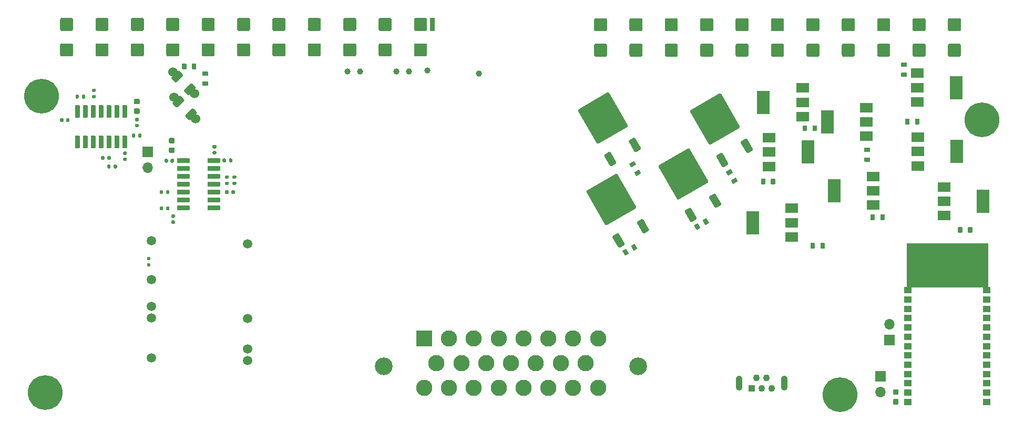
<source format=gts>
G04 #@! TF.GenerationSoftware,KiCad,Pcbnew,8.0.8-8.0.8-0~ubuntu24.04.1*
G04 #@! TF.CreationDate,2025-01-30T01:19:20+00:00*
G04 #@! TF.ProjectId,VFRECU-VR,56465245-4355-42d5-9652-2e6b69636164,rev?*
G04 #@! TF.SameCoordinates,Original*
G04 #@! TF.FileFunction,Soldermask,Top*
G04 #@! TF.FilePolarity,Negative*
%FSLAX46Y46*%
G04 Gerber Fmt 4.6, Leading zero omitted, Abs format (unit mm)*
G04 Created by KiCad (PCBNEW 8.0.8-8.0.8-0~ubuntu24.04.1) date 2025-01-30 01:19:20*
%MOMM*%
%LPD*%
G01*
G04 APERTURE LIST*
%ADD10C,0.120000*%
%ADD11R,2.000000X1.500000*%
%ADD12R,2.000000X3.800000*%
%ADD13C,1.000000*%
%ADD14C,5.600000*%
%ADD15R,1.700000X1.700000*%
%ADD16O,1.700000X1.700000*%
%ADD17C,1.500000*%
%ADD18C,0.600000*%
%ADD19C,2.850000*%
%ADD20R,2.625000X2.625000*%
%ADD21C,2.625000*%
%ADD22R,1.100000X1.100000*%
%ADD23C,1.100000*%
%ADD24O,1.100000X2.400000*%
%ADD25C,1.524000*%
%ADD26R,1.300000X1.000000*%
G04 APERTURE END LIST*
G36*
X66927220Y65323400D02*
G01*
X67747940Y65323400D01*
X67747940Y63215200D01*
X66927220Y63215200D01*
X66927220Y65323400D01*
G37*
D10*
G04 #@! TO.C,U2*
X156759000Y22030000D02*
X143759000Y22030000D01*
X143759000Y29030000D01*
X156759000Y29030000D01*
X156759000Y22030000D01*
G36*
X156759000Y22030000D02*
G01*
X143759000Y22030000D01*
X143759000Y29030000D01*
X156759000Y29030000D01*
X156759000Y22030000D01*
G37*
G04 #@! TD*
D11*
G04 #@! TO.C,Q7*
X126954000Y49442000D03*
X126954000Y51742000D03*
X126954000Y54042000D03*
D12*
X120654000Y51742000D03*
G04 #@! TD*
G04 #@! TO.C,R32*
G36*
G01*
X142922940Y58124420D02*
X143702940Y58124420D01*
G75*
G02*
X143772940Y58054420I0J-70000D01*
G01*
X143772940Y57494420D01*
G75*
G02*
X143702940Y57424420I-70000J0D01*
G01*
X142922940Y57424420D01*
G75*
G02*
X142852940Y57494420I0J70000D01*
G01*
X142852940Y58054420D01*
G75*
G02*
X142922940Y58124420I70000J0D01*
G01*
G37*
G36*
G01*
X142922940Y56524420D02*
X143702940Y56524420D01*
G75*
G02*
X143772940Y56454420I0J-70000D01*
G01*
X143772940Y55894420D01*
G75*
G02*
X143702940Y55824420I-70000J0D01*
G01*
X142922940Y55824420D01*
G75*
G02*
X142852940Y55894420I0J70000D01*
G01*
X142852940Y56454420D01*
G75*
G02*
X142922940Y56524420I70000J0D01*
G01*
G37*
G04 #@! TD*
G04 #@! TO.C,R31*
G36*
G01*
X143477000Y48236928D02*
X143477000Y49016928D01*
G75*
G02*
X143547000Y49086928I70000J0D01*
G01*
X144107000Y49086928D01*
G75*
G02*
X144177000Y49016928I0J-70000D01*
G01*
X144177000Y48236928D01*
G75*
G02*
X144107000Y48166928I-70000J0D01*
G01*
X143547000Y48166928D01*
G75*
G02*
X143477000Y48236928I0J70000D01*
G01*
G37*
G36*
G01*
X145077000Y48236928D02*
X145077000Y49016928D01*
G75*
G02*
X145147000Y49086928I70000J0D01*
G01*
X145707000Y49086928D01*
G75*
G02*
X145777000Y49016928I0J-70000D01*
G01*
X145777000Y48236928D01*
G75*
G02*
X145707000Y48166928I-70000J0D01*
G01*
X145147000Y48166928D01*
G75*
G02*
X145077000Y48236928I0J70000D01*
G01*
G37*
G04 #@! TD*
G04 #@! TO.C,R29*
G36*
G01*
X137754928Y42142000D02*
X136974928Y42142000D01*
G75*
G02*
X136904928Y42212000I0J70000D01*
G01*
X136904928Y42772000D01*
G75*
G02*
X136974928Y42842000I70000J0D01*
G01*
X137754928Y42842000D01*
G75*
G02*
X137824928Y42772000I0J-70000D01*
G01*
X137824928Y42212000D01*
G75*
G02*
X137754928Y42142000I-70000J0D01*
G01*
G37*
G36*
G01*
X137754928Y43742000D02*
X136974928Y43742000D01*
G75*
G02*
X136904928Y43812000I0J70000D01*
G01*
X136904928Y44372000D01*
G75*
G02*
X136974928Y44442000I70000J0D01*
G01*
X137754928Y44442000D01*
G75*
G02*
X137824928Y44372000I0J-70000D01*
G01*
X137824928Y43812000D01*
G75*
G02*
X137754928Y43742000I-70000J0D01*
G01*
G37*
G04 #@! TD*
D11*
G04 #@! TO.C,Q9*
X125229000Y30059000D03*
X125229000Y32359000D03*
X125229000Y34659000D03*
D12*
X118929000Y32359000D03*
G04 #@! TD*
G04 #@! TO.C,R34*
G36*
G01*
X33551700Y42189500D02*
X33551700Y42559500D01*
G75*
G02*
X33686700Y42694500I135000J0D01*
G01*
X33956700Y42694500D01*
G75*
G02*
X34091700Y42559500I0J-135000D01*
G01*
X34091700Y42189500D01*
G75*
G02*
X33956700Y42054500I-135000J0D01*
G01*
X33686700Y42054500D01*
G75*
G02*
X33551700Y42189500I0J135000D01*
G01*
G37*
G36*
G01*
X34571700Y42189500D02*
X34571700Y42559500D01*
G75*
G02*
X34706700Y42694500I135000J0D01*
G01*
X34976700Y42694500D01*
G75*
G02*
X35111700Y42559500I0J-135000D01*
G01*
X35111700Y42189500D01*
G75*
G02*
X34976700Y42054500I-135000J0D01*
G01*
X34706700Y42054500D01*
G75*
G02*
X34571700Y42189500I0J135000D01*
G01*
G37*
G04 #@! TD*
G04 #@! TO.C,C4*
G36*
G01*
X25403780Y33675540D02*
X25743780Y33675540D01*
G75*
G02*
X25883780Y33535540I0J-140000D01*
G01*
X25883780Y33255540D01*
G75*
G02*
X25743780Y33115540I-140000J0D01*
G01*
X25403780Y33115540D01*
G75*
G02*
X25263780Y33255540I0J140000D01*
G01*
X25263780Y33535540D01*
G75*
G02*
X25403780Y33675540I140000J0D01*
G01*
G37*
G36*
G01*
X25403780Y32715540D02*
X25743780Y32715540D01*
G75*
G02*
X25883780Y32575540I0J-140000D01*
G01*
X25883780Y32295540D01*
G75*
G02*
X25743780Y32155540I-140000J0D01*
G01*
X25403780Y32155540D01*
G75*
G02*
X25263780Y32295540I0J140000D01*
G01*
X25263780Y32575540D01*
G75*
G02*
X25403780Y32715540I140000J0D01*
G01*
G37*
G04 #@! TD*
D13*
G04 #@! TO.C,HALL3*
X53677000Y56673000D03*
G04 #@! TD*
G04 #@! TO.C,Q1*
G36*
G01*
X114883109Y41670372D02*
X114276891Y41320372D01*
G75*
G02*
X113935385Y41411878I-125000J216506D01*
G01*
X113085385Y42884122D01*
G75*
G02*
X113176891Y43225628I216506J125000D01*
G01*
X113783109Y43575628D01*
G75*
G02*
X114124615Y43484122I125000J-216506D01*
G01*
X114974615Y42011878D01*
G75*
G02*
X114883109Y41670372I-216506J-125000D01*
G01*
G37*
G36*
G01*
X116749508Y47597680D02*
X112159569Y44947677D01*
G75*
G02*
X111818066Y45039182I-124999J216504D01*
G01*
X108868063Y50148737D01*
G75*
G02*
X108959569Y50490240I216504J124999D01*
G01*
X113549508Y53140243D01*
G75*
G02*
X113891010Y53048737I124998J-216504D01*
G01*
X116841013Y47939182D01*
G75*
G02*
X116749508Y47597680I-216504J-124998D01*
G01*
G37*
G36*
G01*
X118832185Y43950372D02*
X118225967Y43600372D01*
G75*
G02*
X117884461Y43691878I-125000J216506D01*
G01*
X117034461Y45164122D01*
G75*
G02*
X117125967Y45505628I216506J125000D01*
G01*
X117732185Y45855628D01*
G75*
G02*
X118073691Y45764122I125000J-216506D01*
G01*
X118923691Y44291878D01*
G75*
G02*
X118832185Y43950372I-216506J-125000D01*
G01*
G37*
G04 #@! TD*
G04 #@! TO.C,R39*
G36*
G01*
X11413500Y52836340D02*
X11413500Y52466340D01*
G75*
G02*
X11278500Y52331340I-135000J0D01*
G01*
X11008500Y52331340D01*
G75*
G02*
X10873500Y52466340I0J135000D01*
G01*
X10873500Y52836340D01*
G75*
G02*
X11008500Y52971340I135000J0D01*
G01*
X11278500Y52971340D01*
G75*
G02*
X11413500Y52836340I0J-135000D01*
G01*
G37*
G36*
G01*
X10393500Y52836340D02*
X10393500Y52466340D01*
G75*
G02*
X10258500Y52331340I-135000J0D01*
G01*
X9988500Y52331340D01*
G75*
G02*
X9853500Y52466340I0J135000D01*
G01*
X9853500Y52836340D01*
G75*
G02*
X9988500Y52971340I135000J0D01*
G01*
X10258500Y52971340D01*
G75*
G02*
X10393500Y52836340I0J-135000D01*
G01*
G37*
G04 #@! TD*
G04 #@! TO.C,R40*
G36*
G01*
X12637980Y53934260D02*
X13007980Y53934260D01*
G75*
G02*
X13142980Y53799260I0J-135000D01*
G01*
X13142980Y53529260D01*
G75*
G02*
X13007980Y53394260I-135000J0D01*
G01*
X12637980Y53394260D01*
G75*
G02*
X12502980Y53529260I0J135000D01*
G01*
X12502980Y53799260D01*
G75*
G02*
X12637980Y53934260I135000J0D01*
G01*
G37*
G36*
G01*
X12637980Y52914260D02*
X13007980Y52914260D01*
G75*
G02*
X13142980Y52779260I0J-135000D01*
G01*
X13142980Y52509260D01*
G75*
G02*
X13007980Y52374260I-135000J0D01*
G01*
X12637980Y52374260D01*
G75*
G02*
X12502980Y52509260I0J135000D01*
G01*
X12502980Y52779260D01*
G75*
G02*
X12637980Y52914260I135000J0D01*
G01*
G37*
G04 #@! TD*
G04 #@! TO.C,Q4*
G36*
G01*
X96852033Y41810372D02*
X96245815Y41460372D01*
G75*
G02*
X95904309Y41551878I-125000J216506D01*
G01*
X95054309Y43024122D01*
G75*
G02*
X95145815Y43365628I216506J125000D01*
G01*
X95752033Y43715628D01*
G75*
G02*
X96093539Y43624122I125000J-216506D01*
G01*
X96943539Y42151878D01*
G75*
G02*
X96852033Y41810372I-216506J-125000D01*
G01*
G37*
G36*
G01*
X98718432Y47737680D02*
X94128493Y45087677D01*
G75*
G02*
X93786990Y45179182I-124999J216504D01*
G01*
X90836987Y50288737D01*
G75*
G02*
X90928493Y50630240I216504J124999D01*
G01*
X95518432Y53280243D01*
G75*
G02*
X95859934Y53188737I124998J-216504D01*
G01*
X98809937Y48079182D01*
G75*
G02*
X98718432Y47737680I-216504J-124998D01*
G01*
G37*
G36*
G01*
X100801109Y44090372D02*
X100194891Y43740372D01*
G75*
G02*
X99853385Y43831878I-125000J216506D01*
G01*
X99003385Y45304122D01*
G75*
G02*
X99094891Y45645628I216506J125000D01*
G01*
X99701109Y45995628D01*
G75*
G02*
X100042615Y45904122I125000J-216506D01*
G01*
X100892615Y44431878D01*
G75*
G02*
X100801109Y44090372I-216506J-125000D01*
G01*
G37*
G04 #@! TD*
G04 #@! TO.C,HALL2*
X55694000Y56721000D03*
G04 #@! TD*
D14*
G04 #@! TO.C,H2*
X4425000Y52731000D03*
G04 #@! TD*
G04 #@! TO.C,H1*
X155885000Y48938000D03*
G04 #@! TD*
G04 #@! TO.C,R27*
G36*
G01*
X35622000Y38413000D02*
X35252000Y38413000D01*
G75*
G02*
X35117000Y38548000I0J135000D01*
G01*
X35117000Y38818000D01*
G75*
G02*
X35252000Y38953000I135000J0D01*
G01*
X35622000Y38953000D01*
G75*
G02*
X35757000Y38818000I0J-135000D01*
G01*
X35757000Y38548000D01*
G75*
G02*
X35622000Y38413000I-135000J0D01*
G01*
G37*
G36*
G01*
X35622000Y39433000D02*
X35252000Y39433000D01*
G75*
G02*
X35117000Y39568000I0J135000D01*
G01*
X35117000Y39838000D01*
G75*
G02*
X35252000Y39973000I135000J0D01*
G01*
X35622000Y39973000D01*
G75*
G02*
X35757000Y39838000I0J-135000D01*
G01*
X35757000Y39568000D01*
G75*
G02*
X35622000Y39433000I-135000J0D01*
G01*
G37*
G04 #@! TD*
G04 #@! TO.C,R28*
G36*
G01*
X23439960Y34462820D02*
X23439960Y34832820D01*
G75*
G02*
X23574960Y34967820I135000J0D01*
G01*
X23844960Y34967820D01*
G75*
G02*
X23979960Y34832820I0J-135000D01*
G01*
X23979960Y34462820D01*
G75*
G02*
X23844960Y34327820I-135000J0D01*
G01*
X23574960Y34327820D01*
G75*
G02*
X23439960Y34462820I0J135000D01*
G01*
G37*
G36*
G01*
X24459960Y34462820D02*
X24459960Y34832820D01*
G75*
G02*
X24594960Y34967820I135000J0D01*
G01*
X24864960Y34967820D01*
G75*
G02*
X24999960Y34832820I0J-135000D01*
G01*
X24999960Y34462820D01*
G75*
G02*
X24864960Y34327820I-135000J0D01*
G01*
X24594960Y34327820D01*
G75*
G02*
X24459960Y34462820I0J135000D01*
G01*
G37*
G04 #@! TD*
G04 #@! TO.C,C11*
G36*
G01*
X8896680Y49029120D02*
X8896680Y48689120D01*
G75*
G02*
X8756680Y48549120I-140000J0D01*
G01*
X8476680Y48549120D01*
G75*
G02*
X8336680Y48689120I0J140000D01*
G01*
X8336680Y49029120D01*
G75*
G02*
X8476680Y49169120I140000J0D01*
G01*
X8756680Y49169120D01*
G75*
G02*
X8896680Y49029120I0J-140000D01*
G01*
G37*
G36*
G01*
X7936680Y49029120D02*
X7936680Y48689120D01*
G75*
G02*
X7796680Y48549120I-140000J0D01*
G01*
X7516680Y48549120D01*
G75*
G02*
X7376680Y48689120I0J140000D01*
G01*
X7376680Y49029120D01*
G75*
G02*
X7516680Y49169120I140000J0D01*
G01*
X7796680Y49169120D01*
G75*
G02*
X7936680Y49029120I0J-140000D01*
G01*
G37*
G04 #@! TD*
G04 #@! TO.C,C10*
G36*
G01*
X18004400Y42292680D02*
X17664400Y42292680D01*
G75*
G02*
X17524400Y42432680I0J140000D01*
G01*
X17524400Y42712680D01*
G75*
G02*
X17664400Y42852680I140000J0D01*
G01*
X18004400Y42852680D01*
G75*
G02*
X18144400Y42712680I0J-140000D01*
G01*
X18144400Y42432680D01*
G75*
G02*
X18004400Y42292680I-140000J0D01*
G01*
G37*
G36*
G01*
X18004400Y43252680D02*
X17664400Y43252680D01*
G75*
G02*
X17524400Y43392680I0J140000D01*
G01*
X17524400Y43672680D01*
G75*
G02*
X17664400Y43812680I140000J0D01*
G01*
X18004400Y43812680D01*
G75*
G02*
X18144400Y43672680I0J-140000D01*
G01*
X18144400Y43392680D01*
G75*
G02*
X18004400Y43252680I-140000J0D01*
G01*
G37*
G04 #@! TD*
D15*
G04 #@! TO.C,JP3*
X139494000Y7635000D03*
D16*
X139494000Y5095000D03*
G04 #@! TD*
G04 #@! TO.C,C12A*
G36*
G01*
X19917020Y47715580D02*
X19577020Y47715580D01*
G75*
G02*
X19437020Y47855580I0J140000D01*
G01*
X19437020Y48135580D01*
G75*
G02*
X19577020Y48275580I140000J0D01*
G01*
X19917020Y48275580D01*
G75*
G02*
X20057020Y48135580I0J-140000D01*
G01*
X20057020Y47855580D01*
G75*
G02*
X19917020Y47715580I-140000J0D01*
G01*
G37*
G36*
G01*
X19917020Y48675580D02*
X19577020Y48675580D01*
G75*
G02*
X19437020Y48815580I0J140000D01*
G01*
X19437020Y49095580D01*
G75*
G02*
X19577020Y49235580I140000J0D01*
G01*
X19917020Y49235580D01*
G75*
G02*
X20057020Y49095580I0J-140000D01*
G01*
X20057020Y48815580D01*
G75*
G02*
X19917020Y48675580I-140000J0D01*
G01*
G37*
G04 #@! TD*
D14*
G04 #@! TO.C,H2*
X5000000Y5000000D03*
G04 #@! TD*
G04 #@! TO.C,R30*
G36*
G01*
X140178000Y33631072D02*
X140178000Y32851072D01*
G75*
G02*
X140108000Y32781072I-70000J0D01*
G01*
X139548000Y32781072D01*
G75*
G02*
X139478000Y32851072I0J70000D01*
G01*
X139478000Y33631072D01*
G75*
G02*
X139548000Y33701072I70000J0D01*
G01*
X140108000Y33701072D01*
G75*
G02*
X140178000Y33631072I0J-70000D01*
G01*
G37*
G36*
G01*
X138578000Y33631072D02*
X138578000Y32851072D01*
G75*
G02*
X138508000Y32781072I-70000J0D01*
G01*
X137948000Y32781072D01*
G75*
G02*
X137878000Y32851072I0J70000D01*
G01*
X137878000Y33631072D01*
G75*
G02*
X137948000Y33701072I70000J0D01*
G01*
X138508000Y33701072D01*
G75*
G02*
X138578000Y33631072I0J-70000D01*
G01*
G37*
G04 #@! TD*
G04 #@! TO.C,R2*
G36*
G01*
X29314000Y57922000D02*
X29314000Y57142000D01*
G75*
G02*
X29244000Y57072000I-70000J0D01*
G01*
X28684000Y57072000D01*
G75*
G02*
X28614000Y57142000I0J70000D01*
G01*
X28614000Y57922000D01*
G75*
G02*
X28684000Y57992000I70000J0D01*
G01*
X29244000Y57992000D01*
G75*
G02*
X29314000Y57922000I0J-70000D01*
G01*
G37*
G36*
G01*
X27714000Y57922000D02*
X27714000Y57142000D01*
G75*
G02*
X27644000Y57072000I-70000J0D01*
G01*
X27084000Y57072000D01*
G75*
G02*
X27014000Y57142000I0J70000D01*
G01*
X27014000Y57922000D01*
G75*
G02*
X27084000Y57992000I70000J0D01*
G01*
X27644000Y57992000D01*
G75*
G02*
X27714000Y57922000I0J-70000D01*
G01*
G37*
G04 #@! TD*
D11*
G04 #@! TO.C,Q14*
X138324000Y35162000D03*
X138324000Y37462000D03*
X138324000Y39762000D03*
D12*
X132024000Y37462000D03*
G04 #@! TD*
D15*
G04 #@! TO.C,JP2*
X21530100Y43771500D03*
D16*
X21530100Y41231500D03*
G04 #@! TD*
G04 #@! TO.C,IC2*
G36*
G01*
X33163740Y35003460D02*
X33163740Y34439160D01*
G75*
G02*
X33069690Y34345110I-94050J0D01*
G01*
X31205390Y34345110D01*
G75*
G02*
X31111340Y34439160I0J94050D01*
G01*
X31111340Y35003460D01*
G75*
G02*
X31205390Y35097510I94050J0D01*
G01*
X33069690Y35097510D01*
G75*
G02*
X33163740Y35003460I0J-94050D01*
G01*
G37*
G36*
G01*
X33163740Y36273460D02*
X33163740Y35709160D01*
G75*
G02*
X33069690Y35615110I-94050J0D01*
G01*
X31205390Y35615110D01*
G75*
G02*
X31111340Y35709160I0J94050D01*
G01*
X31111340Y36273460D01*
G75*
G02*
X31205390Y36367510I94050J0D01*
G01*
X33069690Y36367510D01*
G75*
G02*
X33163740Y36273460I0J-94050D01*
G01*
G37*
G36*
G01*
X33163740Y37543460D02*
X33163740Y36979160D01*
G75*
G02*
X33069690Y36885110I-94050J0D01*
G01*
X31205390Y36885110D01*
G75*
G02*
X31111340Y36979160I0J94050D01*
G01*
X31111340Y37543460D01*
G75*
G02*
X31205390Y37637510I94050J0D01*
G01*
X33069690Y37637510D01*
G75*
G02*
X33163740Y37543460I0J-94050D01*
G01*
G37*
G36*
G01*
X33163740Y38813460D02*
X33163740Y38249160D01*
G75*
G02*
X33069690Y38155110I-94050J0D01*
G01*
X31205390Y38155110D01*
G75*
G02*
X31111340Y38249160I0J94050D01*
G01*
X31111340Y38813460D01*
G75*
G02*
X31205390Y38907510I94050J0D01*
G01*
X33069690Y38907510D01*
G75*
G02*
X33163740Y38813460I0J-94050D01*
G01*
G37*
G36*
G01*
X33163740Y40083460D02*
X33163740Y39519160D01*
G75*
G02*
X33069690Y39425110I-94050J0D01*
G01*
X31205390Y39425110D01*
G75*
G02*
X31111340Y39519160I0J94050D01*
G01*
X31111340Y40083460D01*
G75*
G02*
X31205390Y40177510I94050J0D01*
G01*
X33069690Y40177510D01*
G75*
G02*
X33163740Y40083460I0J-94050D01*
G01*
G37*
G36*
G01*
X33163740Y41353460D02*
X33163740Y40789160D01*
G75*
G02*
X33069690Y40695110I-94050J0D01*
G01*
X31205390Y40695110D01*
G75*
G02*
X31111340Y40789160I0J94050D01*
G01*
X31111340Y41353460D01*
G75*
G02*
X31205390Y41447510I94050J0D01*
G01*
X33069690Y41447510D01*
G75*
G02*
X33163740Y41353460I0J-94050D01*
G01*
G37*
G36*
G01*
X33163740Y42623460D02*
X33163740Y42059160D01*
G75*
G02*
X33069690Y41965110I-94050J0D01*
G01*
X31205390Y41965110D01*
G75*
G02*
X31111340Y42059160I0J94050D01*
G01*
X31111340Y42623460D01*
G75*
G02*
X31205390Y42717510I94050J0D01*
G01*
X33069690Y42717510D01*
G75*
G02*
X33163740Y42623460I0J-94050D01*
G01*
G37*
G36*
G01*
X28253740Y42623460D02*
X28253740Y42059160D01*
G75*
G02*
X28159690Y41965110I-94050J0D01*
G01*
X26295390Y41965110D01*
G75*
G02*
X26201340Y42059160I0J94050D01*
G01*
X26201340Y42623460D01*
G75*
G02*
X26295390Y42717510I94050J0D01*
G01*
X28159690Y42717510D01*
G75*
G02*
X28253740Y42623460I0J-94050D01*
G01*
G37*
G36*
G01*
X28253740Y41353460D02*
X28253740Y40789160D01*
G75*
G02*
X28159690Y40695110I-94050J0D01*
G01*
X26295390Y40695110D01*
G75*
G02*
X26201340Y40789160I0J94050D01*
G01*
X26201340Y41353460D01*
G75*
G02*
X26295390Y41447510I94050J0D01*
G01*
X28159690Y41447510D01*
G75*
G02*
X28253740Y41353460I0J-94050D01*
G01*
G37*
G36*
G01*
X28253740Y40083460D02*
X28253740Y39519160D01*
G75*
G02*
X28159690Y39425110I-94050J0D01*
G01*
X26295390Y39425110D01*
G75*
G02*
X26201340Y39519160I0J94050D01*
G01*
X26201340Y40083460D01*
G75*
G02*
X26295390Y40177510I94050J0D01*
G01*
X28159690Y40177510D01*
G75*
G02*
X28253740Y40083460I0J-94050D01*
G01*
G37*
G36*
G01*
X28253740Y38813460D02*
X28253740Y38249160D01*
G75*
G02*
X28159690Y38155110I-94050J0D01*
G01*
X26295390Y38155110D01*
G75*
G02*
X26201340Y38249160I0J94050D01*
G01*
X26201340Y38813460D01*
G75*
G02*
X26295390Y38907510I94050J0D01*
G01*
X28159690Y38907510D01*
G75*
G02*
X28253740Y38813460I0J-94050D01*
G01*
G37*
G36*
G01*
X28253740Y37543460D02*
X28253740Y36979160D01*
G75*
G02*
X28159690Y36885110I-94050J0D01*
G01*
X26295390Y36885110D01*
G75*
G02*
X26201340Y36979160I0J94050D01*
G01*
X26201340Y37543460D01*
G75*
G02*
X26295390Y37637510I94050J0D01*
G01*
X28159690Y37637510D01*
G75*
G02*
X28253740Y37543460I0J-94050D01*
G01*
G37*
G36*
G01*
X28253740Y36273460D02*
X28253740Y35709160D01*
G75*
G02*
X28159690Y35615110I-94050J0D01*
G01*
X26295390Y35615110D01*
G75*
G02*
X26201340Y35709160I0J94050D01*
G01*
X26201340Y36273460D01*
G75*
G02*
X26295390Y36367510I94050J0D01*
G01*
X28159690Y36367510D01*
G75*
G02*
X28253740Y36273460I0J-94050D01*
G01*
G37*
G36*
G01*
X28253740Y35003460D02*
X28253740Y34439160D01*
G75*
G02*
X28159690Y34345110I-94050J0D01*
G01*
X26295390Y34345110D01*
G75*
G02*
X26201340Y34439160I0J94050D01*
G01*
X26201340Y35003460D01*
G75*
G02*
X26295390Y35097510I94050J0D01*
G01*
X28159690Y35097510D01*
G75*
G02*
X28253740Y35003460I0J-94050D01*
G01*
G37*
G04 #@! TD*
G04 #@! TO.C,Q3*
G36*
G01*
X109796109Y32814372D02*
X109189891Y32464372D01*
G75*
G02*
X108848385Y32555878I-125000J216506D01*
G01*
X107998385Y34028122D01*
G75*
G02*
X108089891Y34369628I216506J125000D01*
G01*
X108696109Y34719628D01*
G75*
G02*
X109037615Y34628122I125000J-216506D01*
G01*
X109887615Y33155878D01*
G75*
G02*
X109796109Y32814372I-216506J-125000D01*
G01*
G37*
G36*
G01*
X111662508Y38741680D02*
X107072569Y36091677D01*
G75*
G02*
X106731066Y36183182I-124999J216504D01*
G01*
X103781063Y41292737D01*
G75*
G02*
X103872569Y41634240I216504J124999D01*
G01*
X108462508Y44284243D01*
G75*
G02*
X108804010Y44192737I124998J-216504D01*
G01*
X111754013Y39083182D01*
G75*
G02*
X111662508Y38741680I-216504J-124998D01*
G01*
G37*
G36*
G01*
X113745185Y35094372D02*
X113138967Y34744372D01*
G75*
G02*
X112797461Y34835878I-125000J216506D01*
G01*
X111947461Y36308122D01*
G75*
G02*
X112038967Y36649628I216506J125000D01*
G01*
X112645185Y36999628D01*
G75*
G02*
X112986691Y36908122I125000J-216506D01*
G01*
X113836691Y35435878D01*
G75*
G02*
X113745185Y35094372I-216506J-125000D01*
G01*
G37*
G04 #@! TD*
D17*
G04 #@! TO.C,M1*
X22089005Y10557001D03*
X22089005Y16956998D03*
X22089005Y18857001D03*
X22089005Y23157001D03*
D18*
X21639006Y25556998D03*
X21639006Y26556999D03*
D17*
X22089005Y29407001D03*
X37589002Y10106999D03*
X37589002Y11956998D03*
X37589002Y16907001D03*
X37589002Y28956999D03*
G04 #@! TD*
D11*
G04 #@! TO.C,Q13*
X137258000Y46252000D03*
X137258000Y48552000D03*
X137258000Y50852000D03*
D12*
X130958000Y48552000D03*
G04 #@! TD*
D11*
G04 #@! TO.C,Q8*
X121556000Y46011000D03*
X121556000Y43711000D03*
X121556000Y41411000D03*
D12*
X127856000Y43711000D03*
G04 #@! TD*
D13*
G04 #@! TO.C,INT_MAP*
X66495000Y56857000D03*
G04 #@! TD*
G04 #@! TO.C,C1*
G36*
G01*
X142344994Y3064999D02*
X141664994Y3064999D01*
G75*
G02*
X141579994Y3149999I0J85000D01*
G01*
X141579994Y3829999D01*
G75*
G02*
X141664994Y3914999I85000J0D01*
G01*
X142344994Y3914999D01*
G75*
G02*
X142429994Y3829999I0J-85000D01*
G01*
X142429994Y3149999D01*
G75*
G02*
X142344994Y3064999I-85000J0D01*
G01*
G37*
G36*
G01*
X142344994Y4645001D02*
X141664994Y4645001D01*
G75*
G02*
X141579994Y4730001I0J85000D01*
G01*
X141579994Y5410001D01*
G75*
G02*
X141664994Y5495001I85000J0D01*
G01*
X142344994Y5495001D01*
G75*
G02*
X142429994Y5410001I0J-85000D01*
G01*
X142429994Y4730001D01*
G75*
G02*
X142344994Y4645001I-85000J0D01*
G01*
G37*
G04 #@! TD*
G04 #@! TO.C,R10*
G36*
G01*
X98353071Y27066250D02*
X97963071Y27741750D01*
G75*
G02*
X97988693Y27837372I60622J35000D01*
G01*
X98473667Y28117372D01*
G75*
G02*
X98569289Y28091750I35000J-60622D01*
G01*
X98959289Y27416250D01*
G75*
G02*
X98933667Y27320628I-60622J-35000D01*
G01*
X98448693Y27040628D01*
G75*
G02*
X98353071Y27066250I-35000J60622D01*
G01*
G37*
G36*
G01*
X99738711Y27866250D02*
X99348711Y28541750D01*
G75*
G02*
X99374333Y28637372I60622J35000D01*
G01*
X99859307Y28917372D01*
G75*
G02*
X99954929Y28891750I35000J-60622D01*
G01*
X100344929Y28216250D01*
G75*
G02*
X100319307Y28120628I-60622J-35000D01*
G01*
X99834333Y27840628D01*
G75*
G02*
X99738711Y27866250I-35000J60622D01*
G01*
G37*
G04 #@! TD*
G04 #@! TO.C,C3*
G36*
G01*
X24201640Y42151160D02*
X24201640Y42491160D01*
G75*
G02*
X24341640Y42631160I140000J0D01*
G01*
X24621640Y42631160D01*
G75*
G02*
X24761640Y42491160I0J-140000D01*
G01*
X24761640Y42151160D01*
G75*
G02*
X24621640Y42011160I-140000J0D01*
G01*
X24341640Y42011160D01*
G75*
G02*
X24201640Y42151160I0J140000D01*
G01*
G37*
G36*
G01*
X25161640Y42151160D02*
X25161640Y42491160D01*
G75*
G02*
X25301640Y42631160I140000J0D01*
G01*
X25581640Y42631160D01*
G75*
G02*
X25721640Y42491160I0J-140000D01*
G01*
X25721640Y42151160D01*
G75*
G02*
X25581640Y42011160I-140000J0D01*
G01*
X25301640Y42011160D01*
G75*
G02*
X25161640Y42151160I0J140000D01*
G01*
G37*
G04 #@! TD*
G04 #@! TO.C,R22*
G36*
G01*
X120254000Y38585928D02*
X120254000Y39365928D01*
G75*
G02*
X120324000Y39435928I70000J0D01*
G01*
X120884000Y39435928D01*
G75*
G02*
X120954000Y39365928I0J-70000D01*
G01*
X120954000Y38585928D01*
G75*
G02*
X120884000Y38515928I-70000J0D01*
G01*
X120324000Y38515928D01*
G75*
G02*
X120254000Y38585928I0J70000D01*
G01*
G37*
G36*
G01*
X121854000Y38585928D02*
X121854000Y39365928D01*
G75*
G02*
X121924000Y39435928I70000J0D01*
G01*
X122484000Y39435928D01*
G75*
G02*
X122554000Y39365928I0J-70000D01*
G01*
X122554000Y38585928D01*
G75*
G02*
X122484000Y38515928I-70000J0D01*
G01*
X121924000Y38515928D01*
G75*
G02*
X121854000Y38585928I0J70000D01*
G01*
G37*
G04 #@! TD*
G04 #@! TO.C,C5*
G36*
G01*
X32081440Y44859160D02*
X32421440Y44859160D01*
G75*
G02*
X32561440Y44719160I0J-140000D01*
G01*
X32561440Y44439160D01*
G75*
G02*
X32421440Y44299160I-140000J0D01*
G01*
X32081440Y44299160D01*
G75*
G02*
X31941440Y44439160I0J140000D01*
G01*
X31941440Y44719160D01*
G75*
G02*
X32081440Y44859160I140000J0D01*
G01*
G37*
G36*
G01*
X32081440Y43899160D02*
X32421440Y43899160D01*
G75*
G02*
X32561440Y43759160I0J-140000D01*
G01*
X32561440Y43479160D01*
G75*
G02*
X32421440Y43339160I-140000J0D01*
G01*
X32081440Y43339160D01*
G75*
G02*
X31941440Y43479160I0J140000D01*
G01*
X31941440Y43759160D01*
G75*
G02*
X32081440Y43899160I140000J0D01*
G01*
G37*
G04 #@! TD*
G04 #@! TO.C,R37*
G36*
G01*
X16536680Y41576520D02*
X16536680Y41206520D01*
G75*
G02*
X16401680Y41071520I-135000J0D01*
G01*
X16131680Y41071520D01*
G75*
G02*
X15996680Y41206520I0J135000D01*
G01*
X15996680Y41576520D01*
G75*
G02*
X16131680Y41711520I135000J0D01*
G01*
X16401680Y41711520D01*
G75*
G02*
X16536680Y41576520I0J-135000D01*
G01*
G37*
G36*
G01*
X15516680Y41576520D02*
X15516680Y41206520D01*
G75*
G02*
X15381680Y41071520I-135000J0D01*
G01*
X15111680Y41071520D01*
G75*
G02*
X14976680Y41206520I0J135000D01*
G01*
X14976680Y41576520D01*
G75*
G02*
X15111680Y41711520I135000J0D01*
G01*
X15381680Y41711520D01*
G75*
G02*
X15516680Y41576520I0J-135000D01*
G01*
G37*
G04 #@! TD*
G04 #@! TO.C,IC2A*
G36*
G01*
X10437170Y44356670D02*
X9872870Y44356670D01*
G75*
G02*
X9778820Y44450720I0J94050D01*
G01*
X9778820Y46315020D01*
G75*
G02*
X9872870Y46409070I94050J0D01*
G01*
X10437170Y46409070D01*
G75*
G02*
X10531220Y46315020I0J-94050D01*
G01*
X10531220Y44450720D01*
G75*
G02*
X10437170Y44356670I-94050J0D01*
G01*
G37*
G36*
G01*
X11707170Y44356670D02*
X11142870Y44356670D01*
G75*
G02*
X11048820Y44450720I0J94050D01*
G01*
X11048820Y46315020D01*
G75*
G02*
X11142870Y46409070I94050J0D01*
G01*
X11707170Y46409070D01*
G75*
G02*
X11801220Y46315020I0J-94050D01*
G01*
X11801220Y44450720D01*
G75*
G02*
X11707170Y44356670I-94050J0D01*
G01*
G37*
G36*
G01*
X12977170Y44356670D02*
X12412870Y44356670D01*
G75*
G02*
X12318820Y44450720I0J94050D01*
G01*
X12318820Y46315020D01*
G75*
G02*
X12412870Y46409070I94050J0D01*
G01*
X12977170Y46409070D01*
G75*
G02*
X13071220Y46315020I0J-94050D01*
G01*
X13071220Y44450720D01*
G75*
G02*
X12977170Y44356670I-94050J0D01*
G01*
G37*
G36*
G01*
X14247170Y44356670D02*
X13682870Y44356670D01*
G75*
G02*
X13588820Y44450720I0J94050D01*
G01*
X13588820Y46315020D01*
G75*
G02*
X13682870Y46409070I94050J0D01*
G01*
X14247170Y46409070D01*
G75*
G02*
X14341220Y46315020I0J-94050D01*
G01*
X14341220Y44450720D01*
G75*
G02*
X14247170Y44356670I-94050J0D01*
G01*
G37*
G36*
G01*
X15517170Y44356670D02*
X14952870Y44356670D01*
G75*
G02*
X14858820Y44450720I0J94050D01*
G01*
X14858820Y46315020D01*
G75*
G02*
X14952870Y46409070I94050J0D01*
G01*
X15517170Y46409070D01*
G75*
G02*
X15611220Y46315020I0J-94050D01*
G01*
X15611220Y44450720D01*
G75*
G02*
X15517170Y44356670I-94050J0D01*
G01*
G37*
G36*
G01*
X16787170Y44356670D02*
X16222870Y44356670D01*
G75*
G02*
X16128820Y44450720I0J94050D01*
G01*
X16128820Y46315020D01*
G75*
G02*
X16222870Y46409070I94050J0D01*
G01*
X16787170Y46409070D01*
G75*
G02*
X16881220Y46315020I0J-94050D01*
G01*
X16881220Y44450720D01*
G75*
G02*
X16787170Y44356670I-94050J0D01*
G01*
G37*
G36*
G01*
X18057170Y44356670D02*
X17492870Y44356670D01*
G75*
G02*
X17398820Y44450720I0J94050D01*
G01*
X17398820Y46315020D01*
G75*
G02*
X17492870Y46409070I94050J0D01*
G01*
X18057170Y46409070D01*
G75*
G02*
X18151220Y46315020I0J-94050D01*
G01*
X18151220Y44450720D01*
G75*
G02*
X18057170Y44356670I-94050J0D01*
G01*
G37*
G36*
G01*
X18057170Y49266670D02*
X17492870Y49266670D01*
G75*
G02*
X17398820Y49360720I0J94050D01*
G01*
X17398820Y51225020D01*
G75*
G02*
X17492870Y51319070I94050J0D01*
G01*
X18057170Y51319070D01*
G75*
G02*
X18151220Y51225020I0J-94050D01*
G01*
X18151220Y49360720D01*
G75*
G02*
X18057170Y49266670I-94050J0D01*
G01*
G37*
G36*
G01*
X16787170Y49266670D02*
X16222870Y49266670D01*
G75*
G02*
X16128820Y49360720I0J94050D01*
G01*
X16128820Y51225020D01*
G75*
G02*
X16222870Y51319070I94050J0D01*
G01*
X16787170Y51319070D01*
G75*
G02*
X16881220Y51225020I0J-94050D01*
G01*
X16881220Y49360720D01*
G75*
G02*
X16787170Y49266670I-94050J0D01*
G01*
G37*
G36*
G01*
X15517170Y49266670D02*
X14952870Y49266670D01*
G75*
G02*
X14858820Y49360720I0J94050D01*
G01*
X14858820Y51225020D01*
G75*
G02*
X14952870Y51319070I94050J0D01*
G01*
X15517170Y51319070D01*
G75*
G02*
X15611220Y51225020I0J-94050D01*
G01*
X15611220Y49360720D01*
G75*
G02*
X15517170Y49266670I-94050J0D01*
G01*
G37*
G36*
G01*
X14247170Y49266670D02*
X13682870Y49266670D01*
G75*
G02*
X13588820Y49360720I0J94050D01*
G01*
X13588820Y51225020D01*
G75*
G02*
X13682870Y51319070I94050J0D01*
G01*
X14247170Y51319070D01*
G75*
G02*
X14341220Y51225020I0J-94050D01*
G01*
X14341220Y49360720D01*
G75*
G02*
X14247170Y49266670I-94050J0D01*
G01*
G37*
G36*
G01*
X12977170Y49266670D02*
X12412870Y49266670D01*
G75*
G02*
X12318820Y49360720I0J94050D01*
G01*
X12318820Y51225020D01*
G75*
G02*
X12412870Y51319070I94050J0D01*
G01*
X12977170Y51319070D01*
G75*
G02*
X13071220Y51225020I0J-94050D01*
G01*
X13071220Y49360720D01*
G75*
G02*
X12977170Y49266670I-94050J0D01*
G01*
G37*
G36*
G01*
X11707170Y49266670D02*
X11142870Y49266670D01*
G75*
G02*
X11048820Y49360720I0J94050D01*
G01*
X11048820Y51225020D01*
G75*
G02*
X11142870Y51319070I94050J0D01*
G01*
X11707170Y51319070D01*
G75*
G02*
X11801220Y51225020I0J-94050D01*
G01*
X11801220Y49360720D01*
G75*
G02*
X11707170Y49266670I-94050J0D01*
G01*
G37*
G36*
G01*
X10437170Y49266670D02*
X9872870Y49266670D01*
G75*
G02*
X9778820Y49360720I0J94050D01*
G01*
X9778820Y51225020D01*
G75*
G02*
X9872870Y51319070I94050J0D01*
G01*
X10437170Y51319070D01*
G75*
G02*
X10531220Y51225020I0J-94050D01*
G01*
X10531220Y49360720D01*
G75*
G02*
X10437170Y49266670I-94050J0D01*
G01*
G37*
G04 #@! TD*
G04 #@! TO.C,R11*
G36*
G01*
X109890071Y31201250D02*
X109500071Y31876750D01*
G75*
G02*
X109525693Y31972372I60622J35000D01*
G01*
X110010667Y32252372D01*
G75*
G02*
X110106289Y32226750I35000J-60622D01*
G01*
X110496289Y31551250D01*
G75*
G02*
X110470667Y31455628I-60622J-35000D01*
G01*
X109985693Y31175628D01*
G75*
G02*
X109890071Y31201250I-35000J60622D01*
G01*
G37*
G36*
G01*
X111275711Y32001250D02*
X110885711Y32676750D01*
G75*
G02*
X110911333Y32772372I60622J35000D01*
G01*
X111396307Y33052372D01*
G75*
G02*
X111491929Y33026750I35000J-60622D01*
G01*
X111881929Y32351250D01*
G75*
G02*
X111856307Y32255628I-60622J-35000D01*
G01*
X111371333Y31975628D01*
G75*
G02*
X111275711Y32001250I-35000J60622D01*
G01*
G37*
G04 #@! TD*
D19*
G04 #@! TO.C,J4*
X59507000Y9220000D03*
X100507000Y9220000D03*
D20*
X66007000Y13720000D03*
D21*
X70007000Y13720000D03*
X74007000Y13720000D03*
X78007000Y13720000D03*
X82007000Y13720000D03*
X86007000Y13720000D03*
X90007000Y13720000D03*
X94007000Y13720000D03*
X68007000Y9720000D03*
X72007000Y9720000D03*
X76007000Y9720000D03*
X80007000Y9720000D03*
X84007000Y9720000D03*
X88007000Y9720000D03*
X92007000Y9720000D03*
X66007000Y5720000D03*
X70007000Y5720000D03*
X74007000Y5720000D03*
X78007000Y5720000D03*
X82007000Y5720000D03*
X86007000Y5720000D03*
X90007000Y5720000D03*
X94007000Y5720000D03*
G04 #@! TD*
G04 #@! TO.C,Q2*
G36*
G01*
X98171571Y28713065D02*
X97565353Y28363065D01*
G75*
G02*
X97223847Y28454571I-125000J216506D01*
G01*
X96373847Y29926815D01*
G75*
G02*
X96465353Y30268321I216506J125000D01*
G01*
X97071571Y30618321D01*
G75*
G02*
X97413077Y30526815I125000J-216506D01*
G01*
X98263077Y29054571D01*
G75*
G02*
X98171571Y28713065I-216506J-125000D01*
G01*
G37*
G36*
G01*
X100037970Y34640373D02*
X95448031Y31990370D01*
G75*
G02*
X95106528Y32081875I-124999J216504D01*
G01*
X92156525Y37191430D01*
G75*
G02*
X92248031Y37532933I216504J124999D01*
G01*
X96837970Y40182936D01*
G75*
G02*
X97179472Y40091430I124998J-216504D01*
G01*
X100129475Y34981875D01*
G75*
G02*
X100037970Y34640373I-216504J-124998D01*
G01*
G37*
G36*
G01*
X102120647Y30993065D02*
X101514429Y30643065D01*
G75*
G02*
X101172923Y30734571I-125000J216506D01*
G01*
X100322923Y32206815D01*
G75*
G02*
X100414429Y32548321I216506J125000D01*
G01*
X101020647Y32898321D01*
G75*
G02*
X101362153Y32806815I125000J-216506D01*
G01*
X102212153Y31334571D01*
G75*
G02*
X102120647Y30993065I-216506J-125000D01*
G01*
G37*
G04 #@! TD*
G04 #@! TO.C,U1*
G36*
G01*
X150375000Y59331001D02*
X150375000Y60930999D01*
G75*
G02*
X150625001Y61181000I250001J0D01*
G01*
X152224999Y61181000D01*
G75*
G02*
X152475000Y60930999I0J-250001D01*
G01*
X152475000Y59331001D01*
G75*
G02*
X152224999Y59081000I-250001J0D01*
G01*
X150625001Y59081000D01*
G75*
G02*
X150375000Y59331001I0J250001D01*
G01*
G37*
G36*
G01*
X144675000Y59331001D02*
X144675000Y60930999D01*
G75*
G02*
X144925001Y61181000I250001J0D01*
G01*
X146524999Y61181000D01*
G75*
G02*
X146775000Y60930999I0J-250001D01*
G01*
X146775000Y59331001D01*
G75*
G02*
X146524999Y59081000I-250001J0D01*
G01*
X144925001Y59081000D01*
G75*
G02*
X144675000Y59331001I0J250001D01*
G01*
G37*
G36*
G01*
X138975000Y59331001D02*
X138975000Y60930999D01*
G75*
G02*
X139225001Y61181000I250001J0D01*
G01*
X140824999Y61181000D01*
G75*
G02*
X141075000Y60930999I0J-250001D01*
G01*
X141075000Y59331001D01*
G75*
G02*
X140824999Y59081000I-250001J0D01*
G01*
X139225001Y59081000D01*
G75*
G02*
X138975000Y59331001I0J250001D01*
G01*
G37*
G36*
G01*
X133275000Y59331001D02*
X133275000Y60930999D01*
G75*
G02*
X133525001Y61181000I250001J0D01*
G01*
X135124999Y61181000D01*
G75*
G02*
X135375000Y60930999I0J-250001D01*
G01*
X135375000Y59331001D01*
G75*
G02*
X135124999Y59081000I-250001J0D01*
G01*
X133525001Y59081000D01*
G75*
G02*
X133275000Y59331001I0J250001D01*
G01*
G37*
G36*
G01*
X127575000Y59331001D02*
X127575000Y60930999D01*
G75*
G02*
X127825001Y61181000I250001J0D01*
G01*
X129424999Y61181000D01*
G75*
G02*
X129675000Y60930999I0J-250001D01*
G01*
X129675000Y59331001D01*
G75*
G02*
X129424999Y59081000I-250001J0D01*
G01*
X127825001Y59081000D01*
G75*
G02*
X127575000Y59331001I0J250001D01*
G01*
G37*
G36*
G01*
X121875000Y59331001D02*
X121875000Y60930999D01*
G75*
G02*
X122125001Y61181000I250001J0D01*
G01*
X123724999Y61181000D01*
G75*
G02*
X123975000Y60930999I0J-250001D01*
G01*
X123975000Y59331001D01*
G75*
G02*
X123724999Y59081000I-250001J0D01*
G01*
X122125001Y59081000D01*
G75*
G02*
X121875000Y59331001I0J250001D01*
G01*
G37*
G36*
G01*
X116175000Y59331001D02*
X116175000Y60930999D01*
G75*
G02*
X116425001Y61181000I250001J0D01*
G01*
X118024999Y61181000D01*
G75*
G02*
X118275000Y60930999I0J-250001D01*
G01*
X118275000Y59331001D01*
G75*
G02*
X118024999Y59081000I-250001J0D01*
G01*
X116425001Y59081000D01*
G75*
G02*
X116175000Y59331001I0J250001D01*
G01*
G37*
G36*
G01*
X110475000Y59331001D02*
X110475000Y60930999D01*
G75*
G02*
X110725001Y61181000I250001J0D01*
G01*
X112324999Y61181000D01*
G75*
G02*
X112575000Y60930999I0J-250001D01*
G01*
X112575000Y59331001D01*
G75*
G02*
X112324999Y59081000I-250001J0D01*
G01*
X110725001Y59081000D01*
G75*
G02*
X110475000Y59331001I0J250001D01*
G01*
G37*
G36*
G01*
X104775000Y59331001D02*
X104775000Y60930999D01*
G75*
G02*
X105025001Y61181000I250001J0D01*
G01*
X106624999Y61181000D01*
G75*
G02*
X106875000Y60930999I0J-250001D01*
G01*
X106875000Y59331001D01*
G75*
G02*
X106624999Y59081000I-250001J0D01*
G01*
X105025001Y59081000D01*
G75*
G02*
X104775000Y59331001I0J250001D01*
G01*
G37*
G36*
G01*
X99075000Y59331001D02*
X99075000Y60930999D01*
G75*
G02*
X99325001Y61181000I250001J0D01*
G01*
X100924999Y61181000D01*
G75*
G02*
X101175000Y60930999I0J-250001D01*
G01*
X101175000Y59331001D01*
G75*
G02*
X100924999Y59081000I-250001J0D01*
G01*
X99325001Y59081000D01*
G75*
G02*
X99075000Y59331001I0J250001D01*
G01*
G37*
G36*
G01*
X93375000Y59331001D02*
X93375000Y60930999D01*
G75*
G02*
X93625001Y61181000I250001J0D01*
G01*
X95224999Y61181000D01*
G75*
G02*
X95475000Y60930999I0J-250001D01*
G01*
X95475000Y59331001D01*
G75*
G02*
X95224999Y59081000I-250001J0D01*
G01*
X93625001Y59081000D01*
G75*
G02*
X93375000Y59331001I0J250001D01*
G01*
G37*
G36*
G01*
X150375000Y63431001D02*
X150375000Y65030999D01*
G75*
G02*
X150625001Y65281000I250001J0D01*
G01*
X152224999Y65281000D01*
G75*
G02*
X152475000Y65030999I0J-250001D01*
G01*
X152475000Y63431001D01*
G75*
G02*
X152224999Y63181000I-250001J0D01*
G01*
X150625001Y63181000D01*
G75*
G02*
X150375000Y63431001I0J250001D01*
G01*
G37*
G36*
G01*
X144675000Y63431001D02*
X144675000Y65030999D01*
G75*
G02*
X144925001Y65281000I250001J0D01*
G01*
X146524999Y65281000D01*
G75*
G02*
X146775000Y65030999I0J-250001D01*
G01*
X146775000Y63431001D01*
G75*
G02*
X146524999Y63181000I-250001J0D01*
G01*
X144925001Y63181000D01*
G75*
G02*
X144675000Y63431001I0J250001D01*
G01*
G37*
G36*
G01*
X138975000Y63431001D02*
X138975000Y65030999D01*
G75*
G02*
X139225001Y65281000I250001J0D01*
G01*
X140824999Y65281000D01*
G75*
G02*
X141075000Y65030999I0J-250001D01*
G01*
X141075000Y63431001D01*
G75*
G02*
X140824999Y63181000I-250001J0D01*
G01*
X139225001Y63181000D01*
G75*
G02*
X138975000Y63431001I0J250001D01*
G01*
G37*
G36*
G01*
X133275000Y63431001D02*
X133275000Y65030999D01*
G75*
G02*
X133525001Y65281000I250001J0D01*
G01*
X135124999Y65281000D01*
G75*
G02*
X135375000Y65030999I0J-250001D01*
G01*
X135375000Y63431001D01*
G75*
G02*
X135124999Y63181000I-250001J0D01*
G01*
X133525001Y63181000D01*
G75*
G02*
X133275000Y63431001I0J250001D01*
G01*
G37*
G36*
G01*
X127575000Y63431001D02*
X127575000Y65030999D01*
G75*
G02*
X127825001Y65281000I250001J0D01*
G01*
X129424999Y65281000D01*
G75*
G02*
X129675000Y65030999I0J-250001D01*
G01*
X129675000Y63431001D01*
G75*
G02*
X129424999Y63181000I-250001J0D01*
G01*
X127825001Y63181000D01*
G75*
G02*
X127575000Y63431001I0J250001D01*
G01*
G37*
G36*
G01*
X121875000Y63431001D02*
X121875000Y65030999D01*
G75*
G02*
X122125001Y65281000I250001J0D01*
G01*
X123724999Y65281000D01*
G75*
G02*
X123975000Y65030999I0J-250001D01*
G01*
X123975000Y63431001D01*
G75*
G02*
X123724999Y63181000I-250001J0D01*
G01*
X122125001Y63181000D01*
G75*
G02*
X121875000Y63431001I0J250001D01*
G01*
G37*
G36*
G01*
X116175000Y63431001D02*
X116175000Y65030999D01*
G75*
G02*
X116425001Y65281000I250001J0D01*
G01*
X118024999Y65281000D01*
G75*
G02*
X118275000Y65030999I0J-250001D01*
G01*
X118275000Y63431001D01*
G75*
G02*
X118024999Y63181000I-250001J0D01*
G01*
X116425001Y63181000D01*
G75*
G02*
X116175000Y63431001I0J250001D01*
G01*
G37*
G36*
G01*
X110475000Y63431001D02*
X110475000Y65030999D01*
G75*
G02*
X110725001Y65281000I250001J0D01*
G01*
X112324999Y65281000D01*
G75*
G02*
X112575000Y65030999I0J-250001D01*
G01*
X112575000Y63431001D01*
G75*
G02*
X112324999Y63181000I-250001J0D01*
G01*
X110725001Y63181000D01*
G75*
G02*
X110475000Y63431001I0J250001D01*
G01*
G37*
G36*
G01*
X104775000Y63431001D02*
X104775000Y65030999D01*
G75*
G02*
X105025001Y65281000I250001J0D01*
G01*
X106624999Y65281000D01*
G75*
G02*
X106875000Y65030999I0J-250001D01*
G01*
X106875000Y63431001D01*
G75*
G02*
X106624999Y63181000I-250001J0D01*
G01*
X105025001Y63181000D01*
G75*
G02*
X104775000Y63431001I0J250001D01*
G01*
G37*
G36*
G01*
X99075000Y63431001D02*
X99075000Y65030999D01*
G75*
G02*
X99325001Y65281000I250001J0D01*
G01*
X100924999Y65281000D01*
G75*
G02*
X101175000Y65030999I0J-250001D01*
G01*
X101175000Y63431001D01*
G75*
G02*
X100924999Y63181000I-250001J0D01*
G01*
X99325001Y63181000D01*
G75*
G02*
X99075000Y63431001I0J250001D01*
G01*
G37*
G36*
G01*
X93375000Y63431001D02*
X93375000Y65030999D01*
G75*
G02*
X93625001Y65281000I250001J0D01*
G01*
X95224999Y65281000D01*
G75*
G02*
X95475000Y65030999I0J-250001D01*
G01*
X95475000Y63431001D01*
G75*
G02*
X95224999Y63181000I-250001J0D01*
G01*
X93625001Y63181000D01*
G75*
G02*
X93375000Y63431001I0J250001D01*
G01*
G37*
G36*
G01*
X64375000Y59381001D02*
X64375000Y60980999D01*
G75*
G02*
X64625001Y61231000I250001J0D01*
G01*
X66224999Y61231000D01*
G75*
G02*
X66475000Y60980999I0J-250001D01*
G01*
X66475000Y59381001D01*
G75*
G02*
X66224999Y59131000I-250001J0D01*
G01*
X64625001Y59131000D01*
G75*
G02*
X64375000Y59381001I0J250001D01*
G01*
G37*
G36*
G01*
X58675000Y59381001D02*
X58675000Y60980999D01*
G75*
G02*
X58925001Y61231000I250001J0D01*
G01*
X60524999Y61231000D01*
G75*
G02*
X60775000Y60980999I0J-250001D01*
G01*
X60775000Y59381001D01*
G75*
G02*
X60524999Y59131000I-250001J0D01*
G01*
X58925001Y59131000D01*
G75*
G02*
X58675000Y59381001I0J250001D01*
G01*
G37*
G36*
G01*
X52975000Y59381001D02*
X52975000Y60980999D01*
G75*
G02*
X53225001Y61231000I250001J0D01*
G01*
X54824999Y61231000D01*
G75*
G02*
X55075000Y60980999I0J-250001D01*
G01*
X55075000Y59381001D01*
G75*
G02*
X54824999Y59131000I-250001J0D01*
G01*
X53225001Y59131000D01*
G75*
G02*
X52975000Y59381001I0J250001D01*
G01*
G37*
G36*
G01*
X47275000Y59381001D02*
X47275000Y60980999D01*
G75*
G02*
X47525001Y61231000I250001J0D01*
G01*
X49124999Y61231000D01*
G75*
G02*
X49375000Y60980999I0J-250001D01*
G01*
X49375000Y59381001D01*
G75*
G02*
X49124999Y59131000I-250001J0D01*
G01*
X47525001Y59131000D01*
G75*
G02*
X47275000Y59381001I0J250001D01*
G01*
G37*
G36*
G01*
X41575000Y59381001D02*
X41575000Y60980999D01*
G75*
G02*
X41825001Y61231000I250001J0D01*
G01*
X43424999Y61231000D01*
G75*
G02*
X43675000Y60980999I0J-250001D01*
G01*
X43675000Y59381001D01*
G75*
G02*
X43424999Y59131000I-250001J0D01*
G01*
X41825001Y59131000D01*
G75*
G02*
X41575000Y59381001I0J250001D01*
G01*
G37*
G36*
G01*
X35875000Y59381001D02*
X35875000Y60980999D01*
G75*
G02*
X36125001Y61231000I250001J0D01*
G01*
X37724999Y61231000D01*
G75*
G02*
X37975000Y60980999I0J-250001D01*
G01*
X37975000Y59381001D01*
G75*
G02*
X37724999Y59131000I-250001J0D01*
G01*
X36125001Y59131000D01*
G75*
G02*
X35875000Y59381001I0J250001D01*
G01*
G37*
G36*
G01*
X30175000Y59381001D02*
X30175000Y60980999D01*
G75*
G02*
X30425001Y61231000I250001J0D01*
G01*
X32024999Y61231000D01*
G75*
G02*
X32275000Y60980999I0J-250001D01*
G01*
X32275000Y59381001D01*
G75*
G02*
X32024999Y59131000I-250001J0D01*
G01*
X30425001Y59131000D01*
G75*
G02*
X30175000Y59381001I0J250001D01*
G01*
G37*
G36*
G01*
X24475000Y59381001D02*
X24475000Y60980999D01*
G75*
G02*
X24725001Y61231000I250001J0D01*
G01*
X26324999Y61231000D01*
G75*
G02*
X26575000Y60980999I0J-250001D01*
G01*
X26575000Y59381001D01*
G75*
G02*
X26324999Y59131000I-250001J0D01*
G01*
X24725001Y59131000D01*
G75*
G02*
X24475000Y59381001I0J250001D01*
G01*
G37*
G36*
G01*
X18775000Y59381001D02*
X18775000Y60980999D01*
G75*
G02*
X19025001Y61231000I250001J0D01*
G01*
X20624999Y61231000D01*
G75*
G02*
X20875000Y60980999I0J-250001D01*
G01*
X20875000Y59381001D01*
G75*
G02*
X20624999Y59131000I-250001J0D01*
G01*
X19025001Y59131000D01*
G75*
G02*
X18775000Y59381001I0J250001D01*
G01*
G37*
G36*
G01*
X13075000Y59381001D02*
X13075000Y60980999D01*
G75*
G02*
X13325001Y61231000I250001J0D01*
G01*
X14924999Y61231000D01*
G75*
G02*
X15175000Y60980999I0J-250001D01*
G01*
X15175000Y59381001D01*
G75*
G02*
X14924999Y59131000I-250001J0D01*
G01*
X13325001Y59131000D01*
G75*
G02*
X13075000Y59381001I0J250001D01*
G01*
G37*
G36*
G01*
X7375000Y59381001D02*
X7375000Y60980999D01*
G75*
G02*
X7625001Y61231000I250001J0D01*
G01*
X9224999Y61231000D01*
G75*
G02*
X9475000Y60980999I0J-250001D01*
G01*
X9475000Y59381001D01*
G75*
G02*
X9224999Y59131000I-250001J0D01*
G01*
X7625001Y59131000D01*
G75*
G02*
X7375000Y59381001I0J250001D01*
G01*
G37*
G36*
G01*
X64375000Y63481001D02*
X64375000Y65080999D01*
G75*
G02*
X64625001Y65331000I250001J0D01*
G01*
X66224999Y65331000D01*
G75*
G02*
X66475000Y65080999I0J-250001D01*
G01*
X66475000Y63481001D01*
G75*
G02*
X66224999Y63231000I-250001J0D01*
G01*
X64625001Y63231000D01*
G75*
G02*
X64375000Y63481001I0J250001D01*
G01*
G37*
G36*
G01*
X58675000Y63481001D02*
X58675000Y65080999D01*
G75*
G02*
X58925001Y65331000I250001J0D01*
G01*
X60524999Y65331000D01*
G75*
G02*
X60775000Y65080999I0J-250001D01*
G01*
X60775000Y63481001D01*
G75*
G02*
X60524999Y63231000I-250001J0D01*
G01*
X58925001Y63231000D01*
G75*
G02*
X58675000Y63481001I0J250001D01*
G01*
G37*
G36*
G01*
X52975000Y63481001D02*
X52975000Y65080999D01*
G75*
G02*
X53225001Y65331000I250001J0D01*
G01*
X54824999Y65331000D01*
G75*
G02*
X55075000Y65080999I0J-250001D01*
G01*
X55075000Y63481001D01*
G75*
G02*
X54824999Y63231000I-250001J0D01*
G01*
X53225001Y63231000D01*
G75*
G02*
X52975000Y63481001I0J250001D01*
G01*
G37*
G36*
G01*
X47275000Y63481001D02*
X47275000Y65080999D01*
G75*
G02*
X47525001Y65331000I250001J0D01*
G01*
X49124999Y65331000D01*
G75*
G02*
X49375000Y65080999I0J-250001D01*
G01*
X49375000Y63481001D01*
G75*
G02*
X49124999Y63231000I-250001J0D01*
G01*
X47525001Y63231000D01*
G75*
G02*
X47275000Y63481001I0J250001D01*
G01*
G37*
G36*
G01*
X41575000Y63481001D02*
X41575000Y65080999D01*
G75*
G02*
X41825001Y65331000I250001J0D01*
G01*
X43424999Y65331000D01*
G75*
G02*
X43675000Y65080999I0J-250001D01*
G01*
X43675000Y63481001D01*
G75*
G02*
X43424999Y63231000I-250001J0D01*
G01*
X41825001Y63231000D01*
G75*
G02*
X41575000Y63481001I0J250001D01*
G01*
G37*
G36*
G01*
X35875000Y63481001D02*
X35875000Y65080999D01*
G75*
G02*
X36125001Y65331000I250001J0D01*
G01*
X37724999Y65331000D01*
G75*
G02*
X37975000Y65080999I0J-250001D01*
G01*
X37975000Y63481001D01*
G75*
G02*
X37724999Y63231000I-250001J0D01*
G01*
X36125001Y63231000D01*
G75*
G02*
X35875000Y63481001I0J250001D01*
G01*
G37*
G36*
G01*
X30175000Y63481001D02*
X30175000Y65080999D01*
G75*
G02*
X30425001Y65331000I250001J0D01*
G01*
X32024999Y65331000D01*
G75*
G02*
X32275000Y65080999I0J-250001D01*
G01*
X32275000Y63481001D01*
G75*
G02*
X32024999Y63231000I-250001J0D01*
G01*
X30425001Y63231000D01*
G75*
G02*
X30175000Y63481001I0J250001D01*
G01*
G37*
G36*
G01*
X24475000Y63481001D02*
X24475000Y65080999D01*
G75*
G02*
X24725001Y65331000I250001J0D01*
G01*
X26324999Y65331000D01*
G75*
G02*
X26575000Y65080999I0J-250001D01*
G01*
X26575000Y63481001D01*
G75*
G02*
X26324999Y63231000I-250001J0D01*
G01*
X24725001Y63231000D01*
G75*
G02*
X24475000Y63481001I0J250001D01*
G01*
G37*
G36*
G01*
X18775000Y63481001D02*
X18775000Y65080999D01*
G75*
G02*
X19025001Y65331000I250001J0D01*
G01*
X20624999Y65331000D01*
G75*
G02*
X20875000Y65080999I0J-250001D01*
G01*
X20875000Y63481001D01*
G75*
G02*
X20624999Y63231000I-250001J0D01*
G01*
X19025001Y63231000D01*
G75*
G02*
X18775000Y63481001I0J250001D01*
G01*
G37*
G36*
G01*
X13075000Y63481001D02*
X13075000Y65080999D01*
G75*
G02*
X13325001Y65331000I250001J0D01*
G01*
X14924999Y65331000D01*
G75*
G02*
X15175000Y65080999I0J-250001D01*
G01*
X15175000Y63481001D01*
G75*
G02*
X14924999Y63231000I-250001J0D01*
G01*
X13325001Y63231000D01*
G75*
G02*
X13075000Y63481001I0J250001D01*
G01*
G37*
G36*
G01*
X7375000Y63481001D02*
X7375000Y65080999D01*
G75*
G02*
X7625001Y65331000I250001J0D01*
G01*
X9224999Y65331000D01*
G75*
G02*
X9475000Y65080999I0J-250001D01*
G01*
X9475000Y63481001D01*
G75*
G02*
X9224999Y63231000I-250001J0D01*
G01*
X7625001Y63231000D01*
G75*
G02*
X7375000Y63481001I0J250001D01*
G01*
G37*
G04 #@! TD*
D13*
G04 #@! TO.C,PPS1*
X74867000Y56403000D03*
G04 #@! TD*
G04 #@! TO.C,PPS2*
X61517000Y56713000D03*
G04 #@! TD*
G04 #@! TO.C,R21*
G36*
G01*
X129276000Y47948000D02*
X129276000Y47168000D01*
G75*
G02*
X129206000Y47098000I-70000J0D01*
G01*
X128646000Y47098000D01*
G75*
G02*
X128576000Y47168000I0J70000D01*
G01*
X128576000Y47948000D01*
G75*
G02*
X128646000Y48018000I70000J0D01*
G01*
X129206000Y48018000D01*
G75*
G02*
X129276000Y47948000I0J-70000D01*
G01*
G37*
G36*
G01*
X127676000Y47948000D02*
X127676000Y47168000D01*
G75*
G02*
X127606000Y47098000I-70000J0D01*
G01*
X127046000Y47098000D01*
G75*
G02*
X126976000Y47168000I0J70000D01*
G01*
X126976000Y47948000D01*
G75*
G02*
X127046000Y48018000I70000J0D01*
G01*
X127606000Y48018000D01*
G75*
G02*
X127676000Y47948000I0J-70000D01*
G01*
G37*
G04 #@! TD*
G04 #@! TO.C,R24*
G36*
G01*
X154292000Y31558000D02*
X154292000Y30778000D01*
G75*
G02*
X154222000Y30708000I-70000J0D01*
G01*
X153662000Y30708000D01*
G75*
G02*
X153592000Y30778000I0J70000D01*
G01*
X153592000Y31558000D01*
G75*
G02*
X153662000Y31628000I70000J0D01*
G01*
X154222000Y31628000D01*
G75*
G02*
X154292000Y31558000I0J-70000D01*
G01*
G37*
G36*
G01*
X152692000Y31558000D02*
X152692000Y30778000D01*
G75*
G02*
X152622000Y30708000I-70000J0D01*
G01*
X152062000Y30708000D01*
G75*
G02*
X151992000Y30778000I0J70000D01*
G01*
X151992000Y31558000D01*
G75*
G02*
X152062000Y31628000I70000J0D01*
G01*
X152622000Y31628000D01*
G75*
G02*
X152692000Y31558000I0J-70000D01*
G01*
G37*
G04 #@! TD*
D14*
G04 #@! TO.C,H3*
X132964000Y4651000D03*
G04 #@! TD*
D15*
G04 #@! TO.C,JP1*
X140970000Y13451000D03*
D16*
X140970000Y15991000D03*
G04 #@! TD*
G04 #@! TO.C,R33*
G36*
G01*
X34432000Y38413000D02*
X34062000Y38413000D01*
G75*
G02*
X33927000Y38548000I0J135000D01*
G01*
X33927000Y38818000D01*
G75*
G02*
X34062000Y38953000I135000J0D01*
G01*
X34432000Y38953000D01*
G75*
G02*
X34567000Y38818000I0J-135000D01*
G01*
X34567000Y38548000D01*
G75*
G02*
X34432000Y38413000I-135000J0D01*
G01*
G37*
G36*
G01*
X34432000Y39433000D02*
X34062000Y39433000D01*
G75*
G02*
X33927000Y39568000I0J135000D01*
G01*
X33927000Y39838000D01*
G75*
G02*
X34062000Y39973000I135000J0D01*
G01*
X34432000Y39973000D01*
G75*
G02*
X34567000Y39838000I0J-135000D01*
G01*
X34567000Y39568000D01*
G75*
G02*
X34432000Y39433000I-135000J0D01*
G01*
G37*
G04 #@! TD*
D11*
G04 #@! TO.C,Q15*
X145484000Y46095000D03*
X145484000Y43795000D03*
X145484000Y41495000D03*
D12*
X151784000Y43795000D03*
G04 #@! TD*
D22*
G04 #@! TO.C,J8*
X118752000Y5627000D03*
D23*
X119552000Y7377000D03*
X120352000Y5627000D03*
X121152000Y7377000D03*
X121952000Y5627000D03*
D24*
X116702000Y6502000D03*
X124002000Y6502000D03*
G04 #@! TD*
G04 #@! TO.C,C13A*
G36*
G01*
X19484320Y52319320D02*
X19984320Y52319320D01*
G75*
G02*
X20209320Y52094320I0J-225000D01*
G01*
X20209320Y51644320D01*
G75*
G02*
X19984320Y51419320I-225000J0D01*
G01*
X19484320Y51419320D01*
G75*
G02*
X19259320Y51644320I0J225000D01*
G01*
X19259320Y52094320D01*
G75*
G02*
X19484320Y52319320I225000J0D01*
G01*
G37*
G36*
G01*
X19484320Y50769320D02*
X19984320Y50769320D01*
G75*
G02*
X20209320Y50544320I0J-225000D01*
G01*
X20209320Y50094320D01*
G75*
G02*
X19984320Y49869320I-225000J0D01*
G01*
X19484320Y49869320D01*
G75*
G02*
X19259320Y50094320I0J225000D01*
G01*
X19259320Y50544320D01*
G75*
G02*
X19484320Y50769320I225000J0D01*
G01*
G37*
G04 #@! TD*
G04 #@! TO.C,R9*
G36*
G01*
X114665250Y40583929D02*
X115340750Y40973929D01*
G75*
G02*
X115436372Y40948307I35000J-60622D01*
G01*
X115716372Y40463333D01*
G75*
G02*
X115690750Y40367711I-60622J-35000D01*
G01*
X115015250Y39977711D01*
G75*
G02*
X114919628Y40003333I-35000J60622D01*
G01*
X114639628Y40488307D01*
G75*
G02*
X114665250Y40583929I60622J35000D01*
G01*
G37*
G36*
G01*
X115465250Y39198289D02*
X116140750Y39588289D01*
G75*
G02*
X116236372Y39562667I35000J-60622D01*
G01*
X116516372Y39077693D01*
G75*
G02*
X116490750Y38982071I-60622J-35000D01*
G01*
X115815250Y38592071D01*
G75*
G02*
X115719628Y38617693I-35000J60622D01*
G01*
X115439628Y39102667D01*
G75*
G02*
X115465250Y39198289I60622J35000D01*
G01*
G37*
G04 #@! TD*
G04 #@! TO.C,R15*
G36*
G01*
X100900750Y40266251D02*
X100225250Y39876251D01*
G75*
G02*
X100129628Y39901873I-35000J60622D01*
G01*
X99849628Y40386847D01*
G75*
G02*
X99875250Y40482469I60622J35000D01*
G01*
X100550750Y40872469D01*
G75*
G02*
X100646372Y40846847I35000J-60622D01*
G01*
X100926372Y40361873D01*
G75*
G02*
X100900750Y40266251I-60622J-35000D01*
G01*
G37*
G36*
G01*
X100100750Y41651891D02*
X99425250Y41261891D01*
G75*
G02*
X99329628Y41287513I-35000J60622D01*
G01*
X99049628Y41772487D01*
G75*
G02*
X99075250Y41868109I60622J35000D01*
G01*
X99750750Y42258109D01*
G75*
G02*
X99846372Y42232487I35000J-60622D01*
G01*
X100126372Y41747513D01*
G75*
G02*
X100100750Y41651891I-60622J-35000D01*
G01*
G37*
G04 #@! TD*
D11*
G04 #@! TO.C,Q10*
X149737000Y38082000D03*
X149737000Y35782000D03*
X149737000Y33482000D03*
D12*
X156037000Y35782000D03*
G04 #@! TD*
G04 #@! TO.C,R35*
G36*
G01*
X23417100Y37089180D02*
X23417100Y37459180D01*
G75*
G02*
X23552100Y37594180I135000J0D01*
G01*
X23822100Y37594180D01*
G75*
G02*
X23957100Y37459180I0J-135000D01*
G01*
X23957100Y37089180D01*
G75*
G02*
X23822100Y36954180I-135000J0D01*
G01*
X23552100Y36954180D01*
G75*
G02*
X23417100Y37089180I0J135000D01*
G01*
G37*
G36*
G01*
X24437100Y37089180D02*
X24437100Y37459180D01*
G75*
G02*
X24572100Y37594180I135000J0D01*
G01*
X24842100Y37594180D01*
G75*
G02*
X24977100Y37459180I0J-135000D01*
G01*
X24977100Y37089180D01*
G75*
G02*
X24842100Y36954180I-135000J0D01*
G01*
X24572100Y36954180D01*
G75*
G02*
X24437100Y37089180I0J135000D01*
G01*
G37*
G04 #@! TD*
D25*
G04 #@! TO.C,F2*
X25517588Y56584412D03*
G36*
G01*
X25832243Y54996964D02*
X25344340Y55484867D01*
G75*
G02*
X25344340Y55810137I162635J162635D01*
G01*
X26291863Y56757660D01*
G75*
G02*
X26617133Y56757660I162635J-162635D01*
G01*
X27105036Y56269757D01*
G75*
G02*
X27105036Y55944487I-162635J-162635D01*
G01*
X26157513Y54996964D01*
G75*
G02*
X25832243Y54996964I-162635J162635D01*
G01*
G37*
G36*
G01*
X27882867Y52946340D02*
X27394964Y53434243D01*
G75*
G02*
X27394964Y53759513I162635J162635D01*
G01*
X28342487Y54707036D01*
G75*
G02*
X28667757Y54707036I162635J-162635D01*
G01*
X29155660Y54219133D01*
G75*
G02*
X29155660Y53893863I-162635J-162635D01*
G01*
X28208137Y52946340D01*
G75*
G02*
X27882867Y52946340I-162635J162635D01*
G01*
G37*
X28982412Y53119588D03*
G04 #@! TD*
D26*
G04 #@! TO.C,U2*
X143909000Y21455000D03*
X143909000Y19955000D03*
X143909000Y18455000D03*
X143909000Y16955000D03*
X143909000Y15455000D03*
X143909000Y13955000D03*
X143909000Y12455000D03*
X143909000Y10955000D03*
X143909000Y9455000D03*
X143909000Y7955000D03*
X143909000Y6455000D03*
X143909000Y4955000D03*
X143909000Y3455000D03*
X156609000Y3455000D03*
X156609000Y4955000D03*
X156609000Y6455000D03*
X156609000Y7955000D03*
X156609000Y9455000D03*
X156609000Y10955000D03*
X156609000Y12455000D03*
X156609000Y13955000D03*
X156609000Y15455000D03*
X156609000Y16955000D03*
X156609000Y18455000D03*
X156609000Y19955000D03*
X156609000Y21455000D03*
G04 #@! TD*
G04 #@! TO.C,R36*
G36*
G01*
X13968300Y42573040D02*
X13968300Y42943040D01*
G75*
G02*
X14103300Y43078040I135000J0D01*
G01*
X14373300Y43078040D01*
G75*
G02*
X14508300Y42943040I0J-135000D01*
G01*
X14508300Y42573040D01*
G75*
G02*
X14373300Y42438040I-135000J0D01*
G01*
X14103300Y42438040D01*
G75*
G02*
X13968300Y42573040I0J135000D01*
G01*
G37*
G36*
G01*
X14988300Y42573040D02*
X14988300Y42943040D01*
G75*
G02*
X15123300Y43078040I135000J0D01*
G01*
X15393300Y43078040D01*
G75*
G02*
X15528300Y42943040I0J-135000D01*
G01*
X15528300Y42573040D01*
G75*
G02*
X15393300Y42438040I-135000J0D01*
G01*
X15123300Y42438040D01*
G75*
G02*
X14988300Y42573040I0J135000D01*
G01*
G37*
G04 #@! TD*
G04 #@! TO.C,R38*
G36*
G01*
X18936540Y46210320D02*
X18936540Y46580320D01*
G75*
G02*
X19071540Y46715320I135000J0D01*
G01*
X19341540Y46715320D01*
G75*
G02*
X19476540Y46580320I0J-135000D01*
G01*
X19476540Y46210320D01*
G75*
G02*
X19341540Y46075320I-135000J0D01*
G01*
X19071540Y46075320D01*
G75*
G02*
X18936540Y46210320I0J135000D01*
G01*
G37*
G36*
G01*
X19956540Y46210320D02*
X19956540Y46580320D01*
G75*
G02*
X20091540Y46715320I135000J0D01*
G01*
X20361540Y46715320D01*
G75*
G02*
X20496540Y46580320I0J-135000D01*
G01*
X20496540Y46210320D01*
G75*
G02*
X20361540Y46075320I-135000J0D01*
G01*
X20091540Y46075320D01*
G75*
G02*
X19956540Y46210320I0J135000D01*
G01*
G37*
G04 #@! TD*
G04 #@! TO.C,R23*
G36*
G01*
X130525960Y29005320D02*
X130525960Y28225320D01*
G75*
G02*
X130455960Y28155320I-70000J0D01*
G01*
X129895960Y28155320D01*
G75*
G02*
X129825960Y28225320I0J70000D01*
G01*
X129825960Y29005320D01*
G75*
G02*
X129895960Y29075320I70000J0D01*
G01*
X130455960Y29075320D01*
G75*
G02*
X130525960Y29005320I0J-70000D01*
G01*
G37*
G36*
G01*
X128925960Y29005320D02*
X128925960Y28225320D01*
G75*
G02*
X128855960Y28155320I-70000J0D01*
G01*
X128295960Y28155320D01*
G75*
G02*
X128225960Y28225320I0J70000D01*
G01*
X128225960Y29005320D01*
G75*
G02*
X128295960Y29075320I70000J0D01*
G01*
X128855960Y29075320D01*
G75*
G02*
X128925960Y29005320I0J-70000D01*
G01*
G37*
G04 #@! TD*
D25*
G04 #@! TO.C,F1*
X25723588Y52557412D03*
G36*
G01*
X26038243Y50969964D02*
X25550340Y51457867D01*
G75*
G02*
X25550340Y51783137I162635J162635D01*
G01*
X26497863Y52730660D01*
G75*
G02*
X26823133Y52730660I162635J-162635D01*
G01*
X27311036Y52242757D01*
G75*
G02*
X27311036Y51917487I-162635J-162635D01*
G01*
X26363513Y50969964D01*
G75*
G02*
X26038243Y50969964I-162635J162635D01*
G01*
G37*
G36*
G01*
X28088867Y48919340D02*
X27600964Y49407243D01*
G75*
G02*
X27600964Y49732513I162635J162635D01*
G01*
X28548487Y50680036D01*
G75*
G02*
X28873757Y50680036I162635J-162635D01*
G01*
X29361660Y50192133D01*
G75*
G02*
X29361660Y49866863I-162635J-162635D01*
G01*
X28414137Y48919340D01*
G75*
G02*
X28088867Y48919340I-162635J162635D01*
G01*
G37*
X29188412Y49092588D03*
G04 #@! TD*
G04 #@! TO.C,C13*
G36*
G01*
X25115500Y46015040D02*
X25615500Y46015040D01*
G75*
G02*
X25840500Y45790040I0J-225000D01*
G01*
X25840500Y45340040D01*
G75*
G02*
X25615500Y45115040I-225000J0D01*
G01*
X25115500Y45115040D01*
G75*
G02*
X24890500Y45340040I0J225000D01*
G01*
X24890500Y45790040D01*
G75*
G02*
X25115500Y46015040I225000J0D01*
G01*
G37*
G36*
G01*
X25115500Y44465040D02*
X25615500Y44465040D01*
G75*
G02*
X25840500Y44240040I0J-225000D01*
G01*
X25840500Y43790040D01*
G75*
G02*
X25615500Y43565040I-225000J0D01*
G01*
X25115500Y43565040D01*
G75*
G02*
X24890500Y43790040I0J225000D01*
G01*
X24890500Y44240040D01*
G75*
G02*
X25115500Y44465040I225000J0D01*
G01*
G37*
G04 #@! TD*
D13*
G04 #@! TO.C,TPS2*
X63547000Y56713000D03*
G04 #@! TD*
G04 #@! TO.C,R3*
G36*
G01*
X31132000Y54405000D02*
X30352000Y54405000D01*
G75*
G02*
X30282000Y54475000I0J70000D01*
G01*
X30282000Y55035000D01*
G75*
G02*
X30352000Y55105000I70000J0D01*
G01*
X31132000Y55105000D01*
G75*
G02*
X31202000Y55035000I0J-70000D01*
G01*
X31202000Y54475000D01*
G75*
G02*
X31132000Y54405000I-70000J0D01*
G01*
G37*
G36*
G01*
X31132000Y56005000D02*
X30352000Y56005000D01*
G75*
G02*
X30282000Y56075000I0J70000D01*
G01*
X30282000Y56635000D01*
G75*
G02*
X30352000Y56705000I70000J0D01*
G01*
X31132000Y56705000D01*
G75*
G02*
X31202000Y56635000I0J-70000D01*
G01*
X31202000Y56075000D01*
G75*
G02*
X31132000Y56005000I-70000J0D01*
G01*
G37*
G04 #@! TD*
D11*
G04 #@! TO.C,Q16*
X145443600Y56411840D03*
X145443600Y54111840D03*
X145443600Y51811840D03*
D12*
X151743600Y54111840D03*
G04 #@! TD*
G04 #@! TO.C,R1*
G36*
G01*
X35533340Y37456640D02*
X35533340Y37086640D01*
G75*
G02*
X35398340Y36951640I-135000J0D01*
G01*
X35128340Y36951640D01*
G75*
G02*
X34993340Y37086640I0J135000D01*
G01*
X34993340Y37456640D01*
G75*
G02*
X35128340Y37591640I135000J0D01*
G01*
X35398340Y37591640D01*
G75*
G02*
X35533340Y37456640I0J-135000D01*
G01*
G37*
G36*
G01*
X34513340Y37456640D02*
X34513340Y37086640D01*
G75*
G02*
X34378340Y36951640I-135000J0D01*
G01*
X34108340Y36951640D01*
G75*
G02*
X33973340Y37086640I0J135000D01*
G01*
X33973340Y37456640D01*
G75*
G02*
X34108340Y37591640I135000J0D01*
G01*
X34378340Y37591640D01*
G75*
G02*
X34513340Y37456640I0J-135000D01*
G01*
G37*
G04 #@! TD*
M02*

</source>
